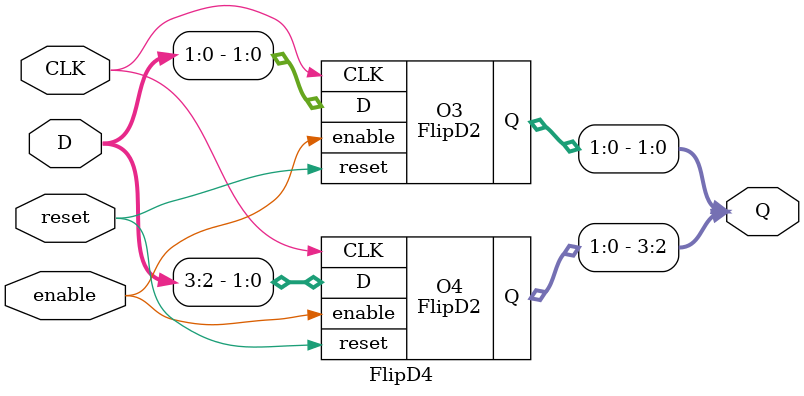
<source format=v>

module FlipD1(input wire CLK, input wire D, input wire reset, input wire enable, output Q);
reg Q;
	always @(posedge CLK or	posedge reset or posedge enable)
		if (reset)begin
		Q <= 0;
	end else if(enable) begin
		Q <= D;
	end
endmodule


//Modulo FlipFlopD de 2 bit
module FlipD2 (input wire CLK, input wire [1:0]D, input wire reset, input wire enable, output wire [1:0]Q);
	FlipD1 O0(CLK, D[0], reset, enable, Q[0]);
	FlipD1 O1(CLK, D[1], reset, enable, Q[1]);
endmodule


//Modulo FlipFlopD de 4 bitsx
module FlipD4 (input wire CLK, input wire [3:0]D, input wire reset, input wire enable, output wire [3:0]Q);
	FlipD2 O3(CLK, D[1:0], reset, enable, Q[1:0]);
	FlipD2 O4(CLK, D[3:2], reset, enable, Q[3:2]);
endmodule


</source>
